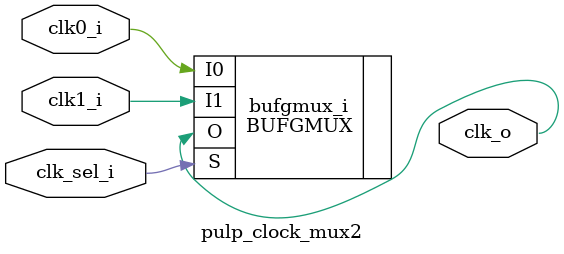
<source format=sv>

module pulp_clock_mux2
  (
   input  logic clk0_i,
   input  logic clk1_i,
   input  logic clk_sel_i,
   output logic clk_o
   );
   
  BUFGMUX bufgmux_i (
    .S(clk_sel_i),
    .I0(clk0_i),
    .I1(clk1_i),
    .O(clk_o)
  );
   
endmodule

</source>
